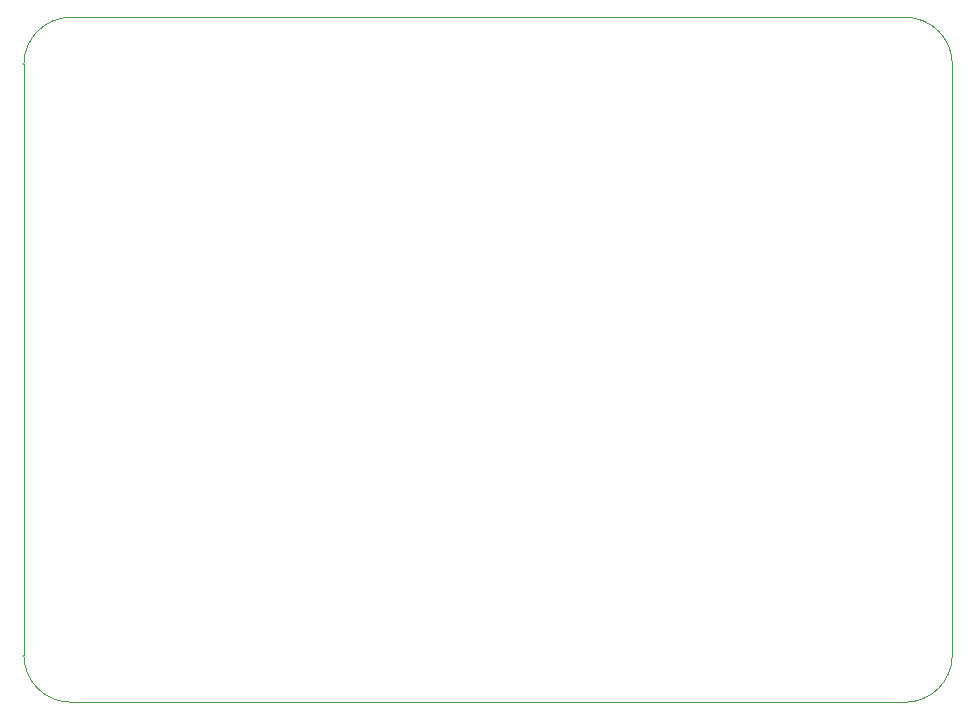
<source format=gbr>
%TF.GenerationSoftware,KiCad,Pcbnew,(6.0.7)*%
%TF.CreationDate,2022-12-23T20:26:00-08:00*%
%TF.ProjectId,SensorStackBoardBluePill,53656e73-6f72-4537-9461-636b426f6172,rev?*%
%TF.SameCoordinates,Original*%
%TF.FileFunction,Profile,NP*%
%FSLAX46Y46*%
G04 Gerber Fmt 4.6, Leading zero omitted, Abs format (unit mm)*
G04 Created by KiCad (PCBNEW (6.0.7)) date 2022-12-23 20:26:00*
%MOMM*%
%LPD*%
G01*
G04 APERTURE LIST*
%TA.AperFunction,Profile*%
%ADD10C,0.100000*%
%TD*%
G04 APERTURE END LIST*
D10*
X94100000Y-104610000D02*
G75*
G03*
X98100000Y-108610000I4000000J0D01*
G01*
X172712000Y-54610000D02*
G75*
G03*
X168712000Y-50610000I-4000000J0D01*
G01*
X168712000Y-50610000D02*
X98100000Y-50610000D01*
X98100000Y-50610000D02*
G75*
G03*
X94100000Y-54610000I0J-4000000D01*
G01*
X168712000Y-108610000D02*
G75*
G03*
X172712000Y-104610000I0J4000000D01*
G01*
X94100000Y-54610000D02*
X94100000Y-104610000D01*
X172712000Y-104610000D02*
X172712000Y-54610000D01*
X168712000Y-108610000D02*
X98100000Y-108610000D01*
M02*

</source>
